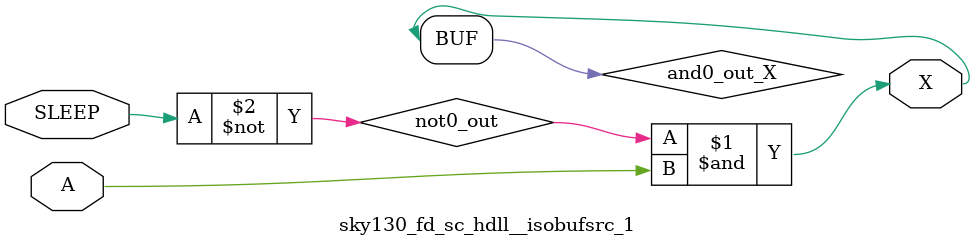
<source format=v>
module sky130_fd_sc_hdll__isobufsrc_1 (
    X    ,
    SLEEP,
    A
);
    output X    ;
    input  SLEEP;
    input  A    ;
    wire not0_out  ;
    wire and0_out_X;
    not not0 (not0_out  , SLEEP          );
    and and0 (and0_out_X, not0_out, A    );
    buf buf0 (X         , and0_out_X     );
endmodule
</source>
